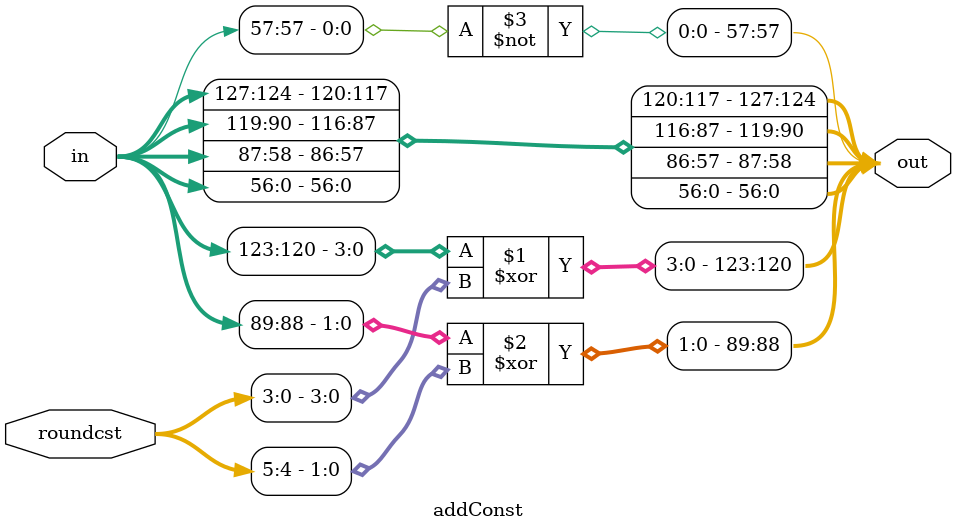
<source format=v>
`timescale 1ns/1ps
module addConst (in, roundcst, out);
input [128-1 : 0] in;
input [6-1 : 0] roundcst;
output [128-1 : 0] out;

assign out[123:120] = in[123:120] ^ roundcst[3:0];
assign out[89:88] = in[89:88] ^ roundcst[5:4];
assign out[57] = ~in[57];
assign out[128 - 1 : 124] = in[128 - 1 : 124];
assign out[120 - 1 : 90] = in[120 - 1 : 90];
assign out[88 - 1 : 58] = in[88 - 1 : 58];
assign out[57 - 1 : 0] = in[57 - 1 : 0];

endmodule
</source>
